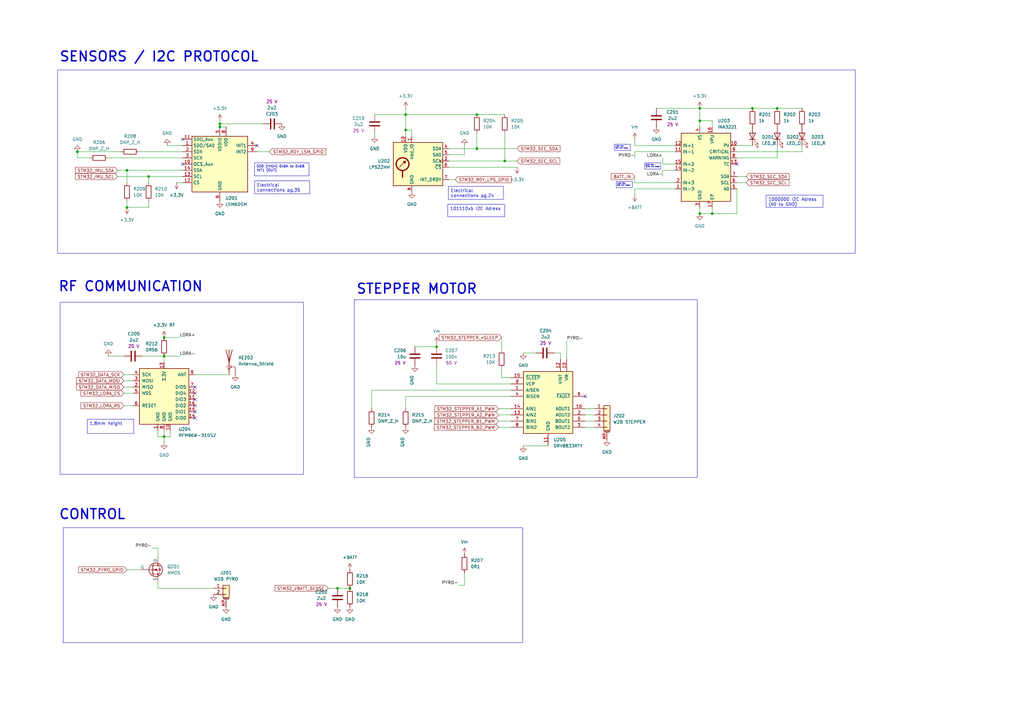
<source format=kicad_sch>
(kicad_sch (version 20231120) (generator "eeschema") (generator_version "8.0")
  (paper "A3")
  (lib_symbols
    (symbol "Connector_Generic_MountingPin:Conn_01x02_MountingPin" (pin_names (offset 1.016) hide)
      (property "Reference" "J" (at 0 2.54 0))
      (property "Value" "Conn_01x02_MountingPin" (at 1.27 -5.08 0))
      (symbol "Conn_01x02_MountingPin_1_1"
        (text "Mounting" (at 0 -4.191 0) (effects (font (size 0.381 0.381))))
        (pin passive line (at -5.08 0 0) (length 3.81) (name "Pin_1") (number "1"))
        (pin passive line (at -5.08 -2.54 0) (length 3.81) (name "Pin_2") (number "2"))
        (pin passive line (at 0 -7.62 90) (length 3.048) (name "MountPin") (number "MP"))
      )
    )
    (symbol "Connector_Generic_MountingPin:Conn_01x04_MountingPin" (pin_names (offset 1.016) hide)
      (property "Reference" "J" (at 0 5.08 0))
      (property "Value" "Conn_01x04_MountingPin" (at 1.27 -7.62 0))
      (symbol "Conn_01x04_MountingPin_1_1"
        (text "Mounting" (at 0 -6.731 0) (effects (font (size 0.381 0.381))))
        (pin passive line (at -5.08 2.54 0) (length 3.81) (name "Pin_1") (number "1"))
        (pin passive line (at -5.08 0 0) (length 3.81) (name "Pin_2") (number "2"))
        (pin passive line (at -5.08 -2.54 0) (length 3.81) (name "Pin_3") (number "3"))
        (pin passive line (at -5.08 -5.08 0) (length 3.81) (name "Pin_4") (number "4"))
        (pin passive line (at 0 -10.16 90) (length 3.048) (name "MountPin") (number "MP"))
      )
    )
    (symbol "Device:Antenna_Shield" (pin_numbers hide) (pin_names (offset 1.016) hide)
      (property "Reference" "AE" (at -1.905 4.445 0))
      (property "Value" "Antenna_Shield" (at -1.905 2.54 0))
      (symbol "Antenna_Shield_1_1"
        (pin input line (at 0 -5.08 90) (length 2.54) (name "A") (number "1"))
        (pin input line (at 2.54 -5.08 90) (length 2.54) (name "Shield") (number "2"))
      )
    )
    (symbol "Device:C" (pin_numbers hide) (pin_names (offset 0.254))
      (property "Reference" "C" (at 0.635 2.54 0))
      (property "Value" "C" (at 0.635 -2.54 0))
      (symbol "C_1_1"
        (pin passive line (at 0 3.81 270) (length 2.794) (name "~") (number "1"))
        (pin passive line (at 0 -3.81 90) (length 2.794) (name "~") (number "2"))
      )
    )
    (symbol "Device:LED" (pin_numbers hide) (pin_names (offset 1.016) hide)
      (property "Reference" "D" (at 0 2.54 0))
      (property "Value" "LED" (at 0 -2.54 0))
      (symbol "LED_1_1"
        (pin passive line (at -3.81 0 0) (length 2.54) (name "K") (number "1"))
        (pin passive line (at 3.81 0 180) (length 2.54) (name "A") (number "2"))
      )
    )
    (symbol "Device:R" (pin_numbers hide) (pin_names (offset 0))
      (property "Reference" "R" (at 2.032 0 90))
      (property "Value" "R" (at 0 0 90))
      (symbol "R_1_1"
        (pin passive line (at 0 3.81 270) (length 1.27) (name "~") (number "1"))
        (pin passive line (at 0 -3.81 90) (length 1.27) (name "~") (number "2"))
      )
    )
    (symbol "Driver_Motor:DRV8833RTY" (pin_names (offset 1.016))
      (property "Reference" "U" (at -3.81 16.51 0))
      (property "Value" "DRV8833RTY" (at -3.81 13.97 0))
      (symbol "DRV8833RTY_1_1"
        (pin bidirectional line (at -15.24 5.08 0) (length 5.08) (name "AISEN") (number "1"))
        (pin power_in line (at 7.62 17.78 270) (length 5.08) (name "VM") (number "10"))
        (pin power_in line (at 0 -17.78 90) (length 5.08) (name "GND") (number "11"))
        (pin power_in line (at 5.08 17.78 270) (length 5.08) (name "VINT") (number "12"))
        (pin input line (at -15.24 -5.08 0) (length 5.08) (name "AIN2") (number "13"))
        (pin input line (at -15.24 -2.54 0) (length 5.08) (name "AIN1") (number "14"))
        (pin input line (at -15.24 10.16 0) (length 5.08) (name "~{SLEEP}") (number "15"))
        (pin power_out line (at 15.24 -2.54 180) (length 5.08) (name "AOUT1") (number "16"))
        (pin passive line (at 0 -17.78 90) (length 5.08) hide (name "GND") (number "17"))
        (pin power_out line (at 15.24 -5.08 180) (length 5.08) (name "AOUT2") (number "2"))
        (pin power_out line (at 15.24 -10.16 180) (length 5.08) (name "BOUT2") (number "3"))
        (pin bidirectional line (at -15.24 2.54 0) (length 5.08) (name "BISEN") (number "4"))
        (pin power_out line (at 15.24 -7.62 180) (length 5.08) (name "BOUT1") (number "5"))
        (pin open_collector line (at 15.24 2.54 180) (length 5.08) (name "~{FAULT}") (number "6"))
        (pin input line (at -15.24 -7.62 0) (length 5.08) (name "BIN1") (number "7"))
        (pin input line (at -15.24 -10.16 0) (length 5.08) (name "BIN2") (number "8"))
        (pin bidirectional line (at -15.24 7.62 0) (length 5.08) (name "VCP") (number "9"))
      )
    )
    (symbol "Power_Management:INA3221"
      (property "Reference" "U" (at -10.16 17.78 0))
      (property "Value" "INA3221" (at 5.08 17.78 0))
      (symbol "INA3221_1_1"
        (pin input line (at -12.7 -7.62 0) (length 2.54) (name "IN-3") (number "1"))
        (pin open_collector line (at 12.7 10.16 180) (length 2.54) (name "PV") (number "10"))
        (pin input line (at -12.7 7.62 0) (length 2.54) (name "IN-1") (number "11"))
        (pin input line (at -12.7 10.16 0) (length 2.54) (name "IN+1") (number "12"))
        (pin open_collector line (at 12.7 2.54 180) (length 2.54) (name "TC") (number "13"))
        (pin input line (at -12.7 0 0) (length 2.54) (name "IN-2") (number "14"))
        (pin input line (at -12.7 2.54 0) (length 2.54) (name "IN+2") (number "15"))
        (pin power_in line (at 2.54 17.78 270) (length 2.54) (name "VPU") (number "16"))
        (pin passive line (at 2.54 -15.24 90) (length 2.54) (name "EP") (number "17"))
        (pin input line (at -12.7 -5.08 0) (length 2.54) (name "IN+3") (number "2"))
        (pin power_in line (at -2.54 -15.24 90) (length 2.54) (name "GND") (number "3"))
        (pin power_in line (at -2.54 17.78 270) (length 2.54) (name "VS") (number "4"))
        (pin input line (at 12.7 -7.62 180) (length 2.54) (name "A0") (number "5"))
        (pin input line (at 12.7 -5.08 180) (length 2.54) (name "SCL") (number "6"))
        (pin bidirectional line (at 12.7 -2.54 180) (length 2.54) (name "SDA") (number "7"))
        (pin open_collector line (at 12.7 5.08 180) (length 2.54) (name "WARNING") (number "8"))
        (pin open_collector line (at 12.7 7.62 180) (length 2.54) (name "CRITICAL") (number "9"))
      )
    )
    (symbol "RF_Module:RFM96W-315S2" (pin_names (offset 1.016))
      (property "Reference" "U" (at -10.414 11.684 0))
      (property "Value" "RFM96W-315S2" (at 1.524 11.43 0))
      (symbol "RFM96W-315S2_1_1"
        (pin power_in line (at -2.54 -15.24 90) (length 2.54) (name "GND") (number "1"))
        (pin power_in line (at 2.54 -15.24 90) (length 2.54) (name "GND") (number "10"))
        (pin bidirectional line (at 12.7 -2.54 180) (length 2.54) (name "DIO3") (number "11"))
        (pin bidirectional line (at 12.7 0 180) (length 2.54) (name "DIO4") (number "12"))
        (pin power_in line (at 0 12.7 270) (length 2.54) (name "3.3V") (number "13"))
        (pin bidirectional line (at 12.7 -10.16 180) (length 2.54) (name "DIO0") (number "14"))
        (pin bidirectional line (at 12.7 -7.62 180) (length 2.54) (name "DIO1") (number "15"))
        (pin bidirectional line (at 12.7 -5.08 180) (length 2.54) (name "DIO2") (number "16"))
        (pin output line (at -12.7 2.54 0) (length 2.54) (name "MISO") (number "2"))
        (pin input line (at -12.7 5.08 0) (length 2.54) (name "MOSI") (number "3"))
        (pin input line (at -12.7 7.62 0) (length 2.54) (name "SCK") (number "4"))
        (pin input line (at -12.7 0 0) (length 2.54) (name "NSS") (number "5"))
        (pin bidirectional line (at -12.7 -5.08 0) (length 2.54) (name "RESET") (number "6"))
        (pin bidirectional line (at 12.7 2.54 180) (length 2.54) (name "DIO5") (number "7"))
        (pin power_in line (at 0 -15.24 90) (length 2.54) (name "GND") (number "8"))
        (pin bidirectional line (at 12.7 7.62 180) (length 2.54) (name "ANT") (number "9"))
      )
    )
    (symbol "Sensor_Motion:ADXL343"
      (property "Reference" "U" (at -8.89 11.43 0))
      (property "Value" "ADXL343" (at -7.62 -11.43 0))
      (symbol "ADXL343_1_1"
        (pin power_in line (at 5.08 12.7 270) (length 2.54) (name "Vdd_I/O") (number "1"))
        (pin no_connect line (at -5.08 -10.16 90) (length 2.54) hide (name "NC") (number "10"))
        (pin passive line (at 5.08 -12.7 90) (length 2.54) (name "RES") (number "11"))
        (pin bidirectional line (at -12.7 2.54 0) (length 2.54) (name "SDO/ADDR") (number "12"))
        (pin bidirectional line (at -12.7 0 0) (length 2.54) (name "SDA/SDI/SDIO") (number "13"))
        (pin input line (at -12.7 -2.54 0) (length 2.54) (name "SCL/SCLK") (number "14"))
        (pin power_in line (at 0 -12.7 90) (length 2.54) (name "GND") (number "2"))
        (pin passive line (at -5.08 12.7 270) (length 2.54) (name "RES") (number "3"))
        (pin passive line (at 0 -12.7 90) (length 2.54) hide (name "GND") (number "4"))
        (pin passive line (at 0 -12.7 90) (length 2.54) hide (name "GND") (number "5"))
        (pin power_in line (at 0 12.7 270) (length 2.54) (name "Vs") (number "6"))
        (pin input line (at -12.7 -5.08 0) (length 2.54) (name "~{CS}") (number "7"))
        (pin output line (at 12.7 0 180) (length 2.54) (name "INT1") (number "8"))
        (pin output line (at 12.7 -2.54 180) (length 2.54) (name "INT2") (number "9"))
      )
    )
    (symbol "Sensor_Motion:LSM6DSM"
      (property "Reference" "U" (at -11.43 15.24 0))
      (property "Value" "LSM6DSM" (at -11.43 12.7 0))
      (symbol "LSM6DSM_1_1"
        (pin bidirectional line (at -15.24 7.62 0) (length 3.81) (name "SDO/SA0") (number "1"))
        (pin passive line (at -15.24 0 0) (length 3.81) (name "OCS_Aux") (number "10"))
        (pin bidirectional line (at -15.24 10.16 0) (length 3.81) (name "SDO_Aux") (number "11"))
        (pin input line (at -15.24 -7.62 0) (length 3.81) (name "CS") (number "12"))
        (pin input line (at -15.24 -5.08 0) (length 3.81) (name "SCL") (number "13"))
        (pin bidirectional line (at -15.24 -2.54 0) (length 3.81) (name "SDA") (number "14"))
        (pin bidirectional line (at -15.24 5.08 0) (length 3.81) (name "SDX") (number "2"))
        (pin input line (at -15.24 2.54 0) (length 3.81) (name "SCX") (number "3"))
        (pin output line (at 15.24 7.62 180) (length 3.81) (name "INT1") (number "4"))
        (pin power_in line (at 0 15.24 270) (length 3.81) (name "VDDIO") (number "5"))
        (pin power_in line (at 0 -15.24 90) (length 3.81) (name "GND") (number "6"))
        (pin passive line (at 0 -15.24 90) (length 3.81) hide (name "GND") (number "7"))
        (pin power_in line (at 2.54 15.24 270) (length 3.81) (name "VDD") (number "8"))
        (pin output line (at 15.24 5.08 180) (length 3.81) (name "INT2") (number "9"))
      )
    )
    (symbol "Sensor_Pressure:LPS22HH"
      (property "Reference" "U" (at -11.43 1.27 0))
      (property "Value" "LPS22HH" (at -11.43 -1.27 0))
      (symbol "LPS22HH_1_1"
        (pin power_in line (at -2.54 12.7 270) (length 2.54) (name "Vdd_IO") (number "1"))
        (pin power_in line (at -5.08 12.7 270) (length 2.54) (name "VDD") (number "10"))
        (pin input clock (at 12.7 2.54 180) (length 2.54) (name "SCL") (number "2"))
        (pin passive line (at -2.54 -10.16 90) (length 2.54) hide (name "GND") (number "3"))
        (pin bidirectional line (at 12.7 7.62 180) (length 2.54) (name "SDA") (number "4"))
        (pin input line (at 12.7 5.08 180) (length 2.54) (name "SA0") (number "5"))
        (pin input line (at 12.7 0 180) (length 2.54) (name "~{CS}") (number "6"))
        (pin output line (at 12.7 -5.08 180) (length 2.54) (name "INT_DRDY") (number "7"))
        (pin power_in line (at -2.54 -10.16 90) (length 2.54) (name "GND") (number "8"))
        (pin passive line (at -2.54 -10.16 90) (length 2.54) hide (name "GND") (number "9"))
      )
    )
    (symbol "Simulation_SPICE:NMOS" (pin_numbers hide) (pin_names (offset 0))
      (property "Reference" "Q" (at 5.08 1.27 0))
      (property "Value" "NMOS" (at 5.08 -1.27 0))
      (symbol "NMOS_1_1"
        (pin passive line (at 2.54 5.08 270) (length 2.54) (name "D") (number "1"))
        (pin input line (at -5.08 0 0) (length 2.54) (name "G") (number "2"))
        (pin passive line (at 2.54 -5.08 90) (length 2.54) (name "S") (number "3"))
      )
    )
    (symbol "Symbols:HDC2010"
      (property "Reference" "U" (at 0 0 0))
      (symbol "HDC2010_1_1"
        (pin power_in line (at -1.27 8.89 270) (length 2.54) (name "VDD") (number "A1"))
        (pin bidirectional line (at 8.89 -1.27 180) (length 2.54) (name "SDA") (number "A2"))
        (pin input line (at -8.89 -1.27 0) (length 2.54) (name "ADDR") (number "B1"))
        (pin input line (at 8.89 1.27 180) (length 2.54) (name "SCL") (number "B2"))
        (pin power_in line (at -1.27 -11.43 90) (length 2.54) (name "GND") (number "C1"))
        (pin output line (at 8.89 -3.81 180) (length 2.54) (name "DRDY") (number "C2"))
      )
    )
    (symbol "Symbols:QMC6309"
      (property "Reference" "U" (at -3.048 3.556 0))
      (symbol "QMC6309_1_1"
        (pin input line (at -6.35 1.27 0) (length 2.54) (name "GND") (number "A1"))
        (pin input line (at 8.89 1.27 180) (length 2.54) (name "SCL") (number "A2"))
        (pin input line (at -6.35 -2.54 0) (length 2.54) (name "VDD") (number "B1"))
        (pin input line (at 8.89 -2.54 180) (length 2.54) (name "SDA") (number "B2"))
      )
    )
    (symbol "power:+3.3V" (power) (pin_numbers hide) (pin_names (offset 0) hide)
      (property "Value" "+3.3V" (at 0 3.556 0))
      (symbol "+3.3V_1_1"
        (pin power_in line (at 0 0 90) (length 0) (name "~") (number "1"))
      )
    )
    (symbol "power:+BATT" (power) (pin_numbers hide) (pin_names (offset 0) hide)
      (property "Value" "+BATT" (at 0 3.556 0))
      (symbol "+BATT_1_1"
        (pin power_in line (at 0 0 90) (length 0) (name "~") (number "1"))
      )
    )
    (symbol "power:GND" (power) (pin_numbers hide) (pin_names (offset 0) hide)
      (property "Value" "GND" (at 0 -3.81 0))
      (symbol "GND_1_1"
        (pin power_in line (at 0 0 270) (length 0) (name "~") (number "1"))
      )
    )
  )
  (junction (at 31.75 62.23))
  (junction (at 207.01 66.04))
  (junction (at 143.51 241.3))
  (junction (at 52.07 85.09))
  (junction (at 39.37 325.12))
  (junction (at 287.02 49.53))
  (junction (at 90.17 50.8))
  (junction (at 195.58 60.96))
  (junction (at 138.43 241.3))
  (junction (at 67.31 146.05))
  (junction (at 166.37 53.34))
  (junction (at 308.61 44.45))
  (junction (at 67.31 179.07))
  (junction (at 179.07 142.24))
  (junction (at 52.07 69.85))
  (junction (at 195.58 46.99))
  (junction (at 287.02 87.63))
  (junction (at 318.77 44.45))
  (junction (at 292.1 87.63))
  (junction (at 43.18 367.03))
  (junction (at 287.02 44.45))
  (junction (at 67.31 138.43))
  (junction (at 48.26 367.03))
  (junction (at 90.17 52.07))
  (junction (at 60.96 72.39))
  (junction (at 104.14 344.17))
  (junction (at 166.37 46.99))
  (no_connect (at 74.93 57.15))
  (no_connect (at 240.03 162.56))
  (no_connect (at 38.1 374.65))
  (no_connect (at 302.26 67.31))
  (no_connect (at 80.01 163.83))
  (no_connect (at 105.41 59.69))
  (no_connect (at 55.88 389.89))
  (no_connect (at 80.01 168.91))
  (no_connect (at 48.26 400.05))
  (no_connect (at 80.01 158.75))
  (no_connect (at 80.01 171.45))
  (no_connect (at 80.01 166.37))
  (no_connect (at 80.01 161.29))
  (no_connect (at 74.93 67.31))
  (wire (pts (xy 67.31 146.05) (xy 67.31 148.59)))
  (wire (pts (xy 204.47 170.18) (xy 209.55 170.18)))
  (wire (pts (xy 269.24 44.45) (xy 287.02 44.45)))
  (wire (pts (xy 64.77 176.53) (xy 64.77 179.07)))
  (wire (pts (xy 302.26 74.93) (xy 306.07 74.93)))
  (wire (pts (xy 184.15 60.96) (xy 195.58 60.96)))
  (wire (pts (xy 292.1 87.63) (xy 292.1 85.09)))
  (wire (pts (xy 302.26 59.69) (xy 308.61 59.69)))
  (wire (pts (xy 48.26 72.39) (xy 60.96 72.39)))
  (wire (pts (xy 67.31 138.43) (xy 73.66 138.43)))
  (wire (pts (xy 260.35 80.01) (xy 260.35 77.47)))
  (wire (pts (xy 271.78 72.39) (xy 271.78 69.85)))
  (wire (pts (xy 24.13 387.35) (xy 30.48 387.35)))
  (wire (pts (xy 152.4 160.02) (xy 209.55 160.02)))
  (wire (pts (xy 48.26 69.85) (xy 52.07 69.85)))
  (wire (pts (xy 72.39 74.93) (xy 74.93 74.93)))
  (wire (pts (xy 54.61 156.21) (xy 50.8 156.21)))
  (wire (pts (xy 205.74 151.13) (xy 205.74 154.94)))
  (wire (pts (xy 184.15 73.66) (xy 186.69 73.66)))
  (wire (pts (xy 31.75 64.77) (xy 31.75 62.23)))
  (wire (pts (xy 292.1 49.53) (xy 292.1 52.07)))
  (wire (pts (xy 240.03 167.64) (xy 243.84 167.64)))
  (wire (pts (xy 36.83 64.77) (xy 31.75 64.77)))
  (wire (pts (xy 48.26 367.03) (xy 48.26 374.65)))
  (wire (pts (xy 49.53 339.09) (xy 54.61 339.09)))
  (wire (pts (xy 179.07 157.48) (xy 209.55 157.48)))
  (wire (pts (xy 302.26 77.47) (xy 302.26 87.63)))
  (wire (pts (xy 104.14 344.17) (xy 107.95 344.17)))
  (wire (pts (xy 166.37 53.34) (xy 166.37 55.88)))
  (wire (pts (xy 123.19 344.17) (xy 128.27 344.17)))
  (wire (pts (xy 260.35 62.23) (xy 276.86 62.23)))
  (wire (pts (xy 22.86 325.12) (xy 39.37 325.12)))
  (wire (pts (xy 166.37 46.99) (xy 195.58 46.99)))
  (wire (pts (xy 80.01 153.67) (xy 93.98 153.67)))
  (wire (pts (xy 64.77 179.07) (xy 67.31 179.07)))
  (wire (pts (xy 260.35 64.77) (xy 260.35 62.23)))
  (wire (pts (xy 302.26 72.39) (xy 306.07 72.39)))
  (wire (pts (xy 229.87 144.78) (xy 229.87 147.32)))
  (wire (pts (xy 44.45 64.77) (xy 74.93 64.77)))
  (wire (pts (xy 60.96 74.93) (xy 60.96 72.39)))
  (wire (pts (xy 240.03 175.26) (xy 243.84 175.26)))
  (wire (pts (xy 287.02 44.45) (xy 287.02 49.53)))
  (wire (pts (xy 58.42 146.05) (xy 67.31 146.05)))
  (wire (pts (xy 207.01 66.04) (xy 212.09 66.04)))
  (wire (pts (xy 44.45 146.05) (xy 50.8 146.05)))
  (wire (pts (xy 49.53 341.63) (xy 54.61 341.63)))
  (wire (pts (xy 179.07 140.97) (xy 179.07 142.24)))
  (wire (pts (xy 48.26 367.03) (xy 62.23 367.03)))
  (wire (pts (xy 39.37 325.12) (xy 39.37 331.47)))
  (wire (pts (xy 50.8 161.29) (xy 54.61 161.29)))
  (wire (pts (xy 52.07 74.93) (xy 52.07 69.85)))
  (wire (pts (xy 166.37 162.56) (xy 209.55 162.56)))
  (wire (pts (xy 195.58 60.96) (xy 212.09 60.96)))
  (wire (pts (xy 90.17 52.07) (xy 92.71 52.07)))
  (wire (pts (xy 214.63 144.78) (xy 219.71 144.78)))
  (wire (pts (xy 260.35 59.69) (xy 276.86 59.69)))
  (wire (pts (xy 205.74 138.43) (xy 205.74 143.51)))
  (wire (pts (xy 123.19 340.36) (xy 128.27 340.36)))
  (wire (pts (xy 232.41 139.7) (xy 232.41 147.32)))
  (wire (pts (xy 271.78 69.85) (xy 276.86 69.85)))
  (wire (pts (xy 21.59 341.63) (xy 31.75 341.63)))
  (wire (pts (xy 50.8 166.37) (xy 54.61 166.37)))
  (wire (pts (xy 138.43 241.3) (xy 143.51 241.3)))
  (wire (pts (xy 328.93 62.23) (xy 328.93 59.69)))
  (wire (pts (xy 184.15 68.58) (xy 212.09 68.58)))
  (wire (pts (xy 170.18 142.24) (xy 179.07 142.24)))
  (wire (pts (xy 52.07 85.09) (xy 52.07 82.55)))
  (wire (pts (xy 54.61 344.17) (xy 49.53 344.17)))
  (wire (pts (xy 190.5 59.69) (xy 190.5 63.5)))
  (wire (pts (xy 166.37 53.34) (xy 168.91 53.34)))
  (wire (pts (xy 60.96 72.39) (xy 74.93 72.39)))
  (wire (pts (xy 52.07 85.09) (xy 60.96 85.09)))
  (wire (pts (xy 271.78 64.77) (xy 271.78 67.31)))
  (wire (pts (xy 67.31 179.07) (xy 69.85 179.07)))
  (wire (pts (xy 302.26 62.23) (xy 328.93 62.23)))
  (wire (pts (xy 153.67 46.99) (xy 166.37 46.99)))
  (wire (pts (xy 54.61 153.67) (xy 50.8 153.67)))
  (wire (pts (xy 302.26 64.77) (xy 318.77 64.77)))
  (wire (pts (xy 43.18 374.65) (xy 43.18 367.03)))
  (wire (pts (xy 134.62 241.3) (xy 138.43 241.3)))
  (wire (pts (xy 57.15 62.23) (xy 74.93 62.23)))
  (wire (pts (xy 318.77 44.45) (xy 328.93 44.45)))
  (wire (pts (xy 64.77 241.3) (xy 87.63 241.3)))
  (wire (pts (xy 179.07 149.86) (xy 179.07 157.48)))
  (wire (pts (xy 90.17 50.8) (xy 90.17 52.07)))
  (wire (pts (xy 287.02 44.45) (xy 308.61 44.45)))
  (wire (pts (xy 240.03 172.72) (xy 243.84 172.72)))
  (wire (pts (xy 52.07 233.68) (xy 57.15 233.68)))
  (wire (pts (xy 308.61 44.45) (xy 318.77 44.45)))
  (wire (pts (xy 68.58 59.69) (xy 74.93 59.69)))
  (wire (pts (xy 152.4 167.64) (xy 152.4 160.02)))
  (wire (pts (xy 24.13 384.81) (xy 30.48 384.81)))
  (wire (pts (xy 153.67 54.61) (xy 153.67 55.88)))
  (wire (pts (xy 67.31 179.07) (xy 67.31 181.61)))
  (wire (pts (xy 24.13 392.43) (xy 30.48 392.43)))
  (wire (pts (xy 190.5 240.03) (xy 190.5 234.95)))
  (wire (pts (xy 207.01 66.04) (xy 207.01 54.61)))
  (wire (pts (xy 260.35 74.93) (xy 276.86 74.93)))
  (wire (pts (xy 60.96 85.09) (xy 60.96 82.55)))
  (wire (pts (xy 287.02 87.63) (xy 292.1 87.63)))
  (wire (pts (xy 90.17 50.8) (xy 107.95 50.8)))
  (wire (pts (xy 104.14 340.36) (xy 107.95 340.36)))
  (wire (pts (xy 287.02 85.09) (xy 287.02 87.63)))
  (wire (pts (xy 318.77 64.77) (xy 318.77 59.69)))
  (wire (pts (xy 96.52 344.17) (xy 104.14 344.17)))
  (wire (pts (xy 166.37 44.45) (xy 166.37 46.99)))
  (wire (pts (xy 24.13 389.89) (xy 30.48 389.89)))
  (wire (pts (xy 52.07 69.85) (xy 74.93 69.85)))
  (wire (pts (xy 67.31 176.53) (xy 67.31 179.07)))
  (wire (pts (xy 195.58 46.99) (xy 207.01 46.99)))
  (wire (pts (xy 43.18 367.03) (xy 48.26 367.03)))
  (wire (pts (xy 69.85 179.07) (xy 69.85 176.53)))
  (wire (pts (xy 184.15 66.04) (xy 207.01 66.04)))
  (wire (pts (xy 50.8 158.75) (xy 54.61 158.75)))
  (wire (pts (xy 166.37 46.99) (xy 166.37 53.34)))
  (wire (pts (xy 260.35 72.39) (xy 260.35 74.93)))
  (wire (pts (xy 64.77 241.3) (xy 64.77 238.76)))
  (wire (pts (xy 204.47 172.72) (xy 209.55 172.72)))
  (wire (pts (xy 204.47 175.26) (xy 209.55 175.26)))
  (wire (pts (xy 67.31 146.05) (xy 73.66 146.05)))
  (wire (pts (xy 209.55 154.94) (xy 205.74 154.94)))
  (wire (pts (xy 62.23 387.35) (xy 55.88 387.35)))
  (wire (pts (xy 260.35 57.15) (xy 260.35 59.69)))
  (wire (pts (xy 90.17 49.53) (xy 90.17 50.8)))
  (wire (pts (xy 190.5 63.5) (xy 184.15 63.5)))
  (wire (pts (xy 287.02 49.53) (xy 292.1 49.53)))
  (wire (pts (xy 271.78 67.31) (xy 276.86 67.31)))
  (wire (pts (xy 187.96 240.03) (xy 190.5 240.03)))
  (wire (pts (xy 96.52 345.44) (xy 96.52 344.17)))
  (wire (pts (xy 227.33 144.78) (xy 229.87 144.78)))
  (wire (pts (xy 224.79 182.88) (xy 214.63 182.88)))
  (wire (pts (xy 31.75 62.23) (xy 49.53 62.23)))
  (wire (pts (xy 260.35 77.47) (xy 276.86 77.47)))
  (wire (pts (xy 166.37 167.64) (xy 166.37 162.56)))
  (wire (pts (xy 195.58 60.96) (xy 195.58 54.61)))
  (wire (pts (xy 240.03 170.18) (xy 243.84 170.18)))
  (wire (pts (xy 204.47 167.64) (xy 209.55 167.64)))
  (wire (pts (xy 105.41 62.23) (xy 110.49 62.23)))
  (wire (pts (xy 287.02 49.53) (xy 287.02 52.07)))
  (wire (pts (xy 64.77 224.79) (xy 64.77 228.6)))
  (wire (pts (xy 62.23 224.79) (xy 64.77 224.79)))
  (wire (pts (xy 168.91 53.34) (xy 168.91 55.88)))
  (wire (pts (xy 292.1 87.63) (xy 302.26 87.63)))
  (rectangle (start 23.622 28.702) (end 350.774 103.886))
  (rectangle (start 145.288 122.936) (end 286.004 195.834))
  (rectangle (start 24.638 123.952) (end 124.46 194.564))
  (rectangle (start 25.908 216.408) (end 214.376 263.652))
  (text_box "SD0 (HIGH) 0x6A to 0x6B\nINT1 (OUT) " (at 104.394 66.802 0) (size 22.352 5.334) (effects (font (size 1 1)) (justify left top)))
  (text_box "Electrical connections pg.35" (at 104.394 74.168 0) (size 22.606 5.334) (effects (font (size 1.27 1.27)) (justify left top)))
  (text_box "1.5A Max\n0.5 mm trace" (at 251.968 59.182 0) (size 6.604 2.54) (effects (font (size 0.5 0.5)) (justify left top)))
  (text_box "101110xb I2C Adress\n" (at 183.642 83.82 0) (size 23.368 5.08) (effects (font (size 1.27 1.27)) (justify left top)))
  (text_box "1.8mm height\n" (at 35.814 171.958 0) (size 19.05 5.842) (effects (font (size 1.27 1.27)) (justify left top)))
  (text_box "1.5A Max\n0.5 mm trace" (at 252.73 74.422 0) (size 6.604 2.54) (effects (font (size 0.5 0.5)) (justify left top)))
  (text_box "1000000 I2C Adress (A0 to GND)\n" (at 314.198 80.01 0) (size 23.368 5.08) (effects (font (size 1.27 1.27)) (justify left top)))
  (text_box "Electrical connections pg.24" (at 183.896 76.454 0) (size 22.606 5.334) (effects (font (size 1.27 1.27)) (justify left top)))
  (text_box "0.2A Max\n0.15 mm trace" (at 264.414 66.802 0) (size 6.604 2.54) (effects (font (size 0.5 0.5)) (justify left top)))
  (text "\n" (at 47.752 179.324 0) (effects (font (size 1.27 1.27))))
  (text "STEPPER MOTOR" (at 170.942 118.618 0) (effects (font (size 4 4) (thickness 0.6) (bold yes))))
  (text "CONTROL" (at 37.846 211.074 0) (effects (font (size 4 4) (thickness 0.6) (bold yes))))
  (text "SENSORS / I2C PROTOCOL" (at 65.278 23.368 0) (effects (font (size 4 4) (thickness 0.6) (bold yes))))
  (text "RF COMMUNICATION" (at 53.594 117.602 0) (effects (font (size 4 4) (thickness 0.6) (bold yes))))
  (label "LORA-" (at 271.78 72.39 180))
  (label "LORA-" (at 73.66 146.05 0))
  (label "LORA+" (at 271.78 64.77 180))
  (label "LORA+" (at 73.66 138.43 0))
  (label "PYRO-" (at 187.96 240.03 180))
  (label "PYRO-" (at 62.23 224.79 180))
  (label "PYRO-" (at 232.41 139.7 0))
  (label "PYRO-" (at 260.35 64.77 180))
  (global_label "STM32_SEC_SDA" (shape input) (at 54.61 341.63 0) (property "Intersheetrefs" "${INTERSHEET_REFS}" (effects (hide yes))))
  (global_label "STM32_SEC_SCL" (shape input) (at 212.09 66.04 0) (property "Intersheetrefs" "${INTERSHEET_REFS}" (effects (hide yes))))
  (global_label "BATT_IN" (shape input) (at 260.35 72.39 180) (property "Intersheetrefs" "${INTERSHEET_REFS}" (effects (hide yes))))
  (global_label "STM32_SEC_SCL" (shape input) (at 306.07 74.93 0) (property "Intersheetrefs" "${INTERSHEET_REFS}" (effects (hide yes))))
  (global_label "STM32_STEPPER_B1_PWM" (shape input) (at 204.47 172.72 180) (property "Intersheetrefs" "${INTERSHEET_REFS}" (effects (hide yes))))
  (global_label "STM32_PYRO_GPIO" (shape input) (at 52.07 233.68 180) (property "Intersheetrefs" "${INTERSHEET_REFS}" (effects (hide yes))))
  (global_label "STM32_LORA_CS" (shape input) (at 50.8 161.29 180) (property "Intersheetrefs" "${INTERSHEET_REFS}" (effects (hide yes))))
  (global_label "STM32_LORA_RS" (shape input) (at 50.8 166.37 180) (property "Intersheetrefs" "${INTERSHEET_REFS}" (effects (hide yes))))
  (global_label "STM32_RDY_HDC_GPIO" (shape input) (at 54.61 344.17 0) (property "Intersheetrefs" "${INTERSHEET_REFS}" (effects (hide yes))))
  (global_label "STM32_RDY_LPS_GPIO" (shape input) (at 186.69 73.66 0) (property "Intersheetrefs" "${INTERSHEET_REFS}" (effects (hide yes))))
  (global_label "STM32_IMU_SCL" (shape input) (at 128.27 340.36 0) (property "Intersheetrefs" "${INTERSHEET_REFS}" (effects (hide yes))))
  (global_label "STM32_RDY_ADX_GPIO" (shape input) (at 62.23 387.35 0) (property "Intersheetrefs" "${INTERSHEET_REFS}" (effects (hide yes))))
  (global_label "STM32_IMU_SCL" (shape input) (at 48.26 72.39 180) (property "Intersheetrefs" "${INTERSHEET_REFS}" (effects (hide yes))))
  (global_label "STM32_DATA_SCK" (shape input) (at 50.8 153.67 180) (property "Intersheetrefs" "${INTERSHEET_REFS}" (effects (hide yes))))
  (global_label "STM32_SEC_SCL" (shape input) (at 54.61 339.09 0) (property "Intersheetrefs" "${INTERSHEET_REFS}" (effects (hide yes))))
  (global_label "STM32_IMU_SDA" (shape input) (at 128.27 344.17 0) (property "Intersheetrefs" "${INTERSHEET_REFS}" (effects (hide yes))))
  (global_label "STM32_VBATT_SENSE" (shape input) (at 134.62 241.3 180) (property "Intersheetrefs" "${INTERSHEET_REFS}" (effects (hide yes))))
  (global_label "STM32_IMU_SDA" (shape input) (at 48.26 69.85 180) (property "Intersheetrefs" "${INTERSHEET_REFS}" (effects (hide yes))))
  (global_label "STM32_STEPPER_A2_PWM" (shape input) (at 204.47 170.18 180) (property "Intersheetrefs" "${INTERSHEET_REFS}" (effects (hide yes))))
  (global_label "STM32_RDY_LSM_GPIO" (shape input) (at 110.49 62.23 0) (property "Intersheetrefs" "${INTERSHEET_REFS}" (effects (hide yes))))
  (global_label "STM32_STEPPER_nSLEEP" (shape input) (at 205.74 138.43 180) (property "Intersheetrefs" "${INTERSHEET_REFS}" (effects (hide yes))))
  (global_label "STM32_SEC_SDA" (shape input) (at 212.09 60.96 0) (property "Intersheetrefs" "${INTERSHEET_REFS}" (effects (hide yes))))
  (global_label "STM32_SEC_SCL" (shape input) (at 24.13 389.89 180) (property "Intersheetrefs" "${INTERSHEET_REFS}" (effects (hide yes))))
  (global_label "STM32_DATA_MOSI" (shape input) (at 50.8 156.21 180) (property "Intersheetrefs" "${INTERSHEET_REFS}" (effects (hide yes))))
  (global_label "STM32_SEC_SDA" (shape input) (at 24.13 387.35 180) (property "Intersheetrefs" "${INTERSHEET_REFS}" (effects (hide yes))))
  (global_label "STM32_SEC_SDA" (shape input) (at 306.07 72.39 0) (property "Intersheetrefs" "${INTERSHEET_REFS}" (effects (hide yes))))
  (global_label "STM32_STEPPER_B2_PWM" (shape input) (at 204.47 175.26 180) (property "Intersheetrefs" "${INTERSHEET_REFS}" (effects (hide yes))))
  (global_label "STM32_DATA_MISO" (shape input) (at 50.8 158.75 180) (property "Intersheetrefs" "${INTERSHEET_REFS}" (effects (hide yes))))
  (global_label "STM32_STEPPER_A1_PWM" (shape input) (at 204.47 167.64 180) (property "Intersheetrefs" "${INTERSHEET_REFS}" (effects (hide yes))))
  (symbol (lib_id "power:GND") (at 168.91 78.74 0) (unit 1)
    (property "Reference" "#PWR0121" (effects (hide yes)))
    (property "Value" "GND" (at 168.91 83.82 0))
    (property "Description" "Power symbol creates a global label with name \"GND\" , ground" (effects (hide yes)))
  )
  (symbol (lib_id "Power_Management:INA3221") (at 289.56 69.85 0) (unit 1)
    (property "Reference" "U203" (at 294.2941 49.53 0) (effects (justify left)))
    (property "Value" "INA3221" (at 294.2941 52.07 0) (effects (justify left)))
    (property "Footprint" "Package_DFN_QFN:Texas_RGV0016A_VQFN-16-1EP_4x4mm_P0.65mm_EP2.1x2.1mm" (effects (hide yes)))
    (property "Datasheet" "http://www.ti.com/lit/ds/symlink/ina3221.pdf" (effects (hide yes)))
    (property "Description" "Triple-Channel High-Side Shunt and Bus Voltage Monitor with I2C and SMBUS Compatible Interface, QFN-16" (effects (hide yes)))
    (property "Vendor" "C181255" (effects (hide yes)))
  )
  (symbol (lib_id "power:GND") (at 143.51 248.92 0) (unit 1)
    (property "Reference" "#PWR0111" (effects (hide yes)))
    (property "Value" "GND" (at 143.51 254 0))
    (property "Description" "Power symbol creates a global label with name \"GND\" , ground" (effects (hide yes)))
  )
  (symbol (lib_id "power:GND") (at 62.23 374.65 0) (unit 1)
    (property "Reference" "#PWR0221" (effects (hide yes)))
    (property "Value" "GND" (at 62.23 379.73 0))
    (property "Description" "Power symbol creates a global label with name \"GND\" , ground" (effects (hide yes)))
  )
  (symbol (lib_id "Device:R") (at 52.07 78.74 0) (unit 1)
    (property "Reference" "R209" (at 54.61 77.4699 0) (effects (justify left)))
    (property "Value" "10K" (at 54.61 80.0099 0) (effects (justify left)))
    (property "Footprint" "Resistor_SMD:R_0402_1005Metric" (effects (hide yes)))
    (property "Description" "Resistor" (effects (hide yes)))
    (property "Vendor" "C60490" (effects (hide yes)))
  )
  (symbol (lib_id "Driver_Motor:DRV8833RTY") (at 224.79 165.1 0) (unit 1)
    (property "Reference" "U205" (at 226.9841 180.34 0) (effects (justify left)))
    (property "Value" "DRV8833RTY" (at 226.9841 182.88 0) (effects (justify left)))
    (property "Footprint" "Package_DFN_QFN:Texas_RTY_WQFN-16-1EP_4x4mm_P0.65mm_EP2.1x2.1mm" (effects (hide yes)))
    (property "Datasheet" "http://www.ti.com/lit/ds/symlink/drv8833.pdf" (effects (hide yes)))
    (property "Description" "Dual H-Bridge Motor Driver, WQFN-16" (effects (hide yes)))
    (property "Vendor" "C154936" (effects (hide yes)))
  )
  (symbol (lib_id "Device:R") (at 205.74 147.32 0) (mirror y) (unit 1)
    (property "Reference" "R213" (at 203.2 146.0499 0) (effects (justify left)))
    (property "Value" "10K" (at 203.2 148.5899 0) (effects (justify left)))
    (property "Footprint" "Resistor_SMD:R_0402_1005Metric" (effects (hide yes)))
    (property "Description" "Resistor" (effects (hide yes)))
    (property "Vendor" "C60490" (effects (hide yes)))
  )
  (symbol (lib_id "Device:R") (at 60.96 78.74 0) (unit 1)
    (property "Reference" "R210" (at 63.5 77.4699 0) (effects (justify left)))
    (property "Value" "10K" (at 63.5 80.0099 0) (effects (justify left)))
    (property "Footprint" "Resistor_SMD:R_0402_1005Metric" (effects (hide yes)))
    (property "Description" "Resistor" (effects (hide yes)))
    (property "Vendor" "C60490" (effects (hide yes)))
  )
  (symbol (lib_id "Device:R") (at 328.93 48.26 0) (unit 1)
    (property "Reference" "R203" (at 331.47 46.9899 0) (effects (justify left)))
    (property "Value" "1k" (at 331.47 49.5299 0) (effects (justify left)))
    (property "Footprint" "Resistor_SMD:R_0402_1005Metric" (effects (hide yes)))
    (property "Description" "Resistor" (effects (hide yes)))
    (property "Vendor" "C102748" (effects (hide yes)))
  )
  (symbol (lib_id "power:+3.3V") (at 212.09 68.58 180) (unit 1)
    (property "Reference" "#PWR0124" (effects (hide yes)))
    (property "Value" "+3.3V" (at 212.09 73.66 0))
    (property "Description" "Power symbol creates a global label with name \"+3.3V\"" (effects (hide yes)))
  )
  (symbol (lib_id "power:+3.3V") (at 24.13 392.43 180) (unit 1)
    (property "Reference" "#PWR0222" (effects (hide yes)))
    (property "Value" "+3.3V" (at 24.13 397.51 0))
    (property "Description" "Power symbol creates a global label with name \"+3.3V\"" (effects (hide yes)))
  )
  (symbol (lib_id "power:GND") (at 96.52 353.06 0) (unit 1)
    (property "Reference" "#PWR0219" (effects (hide yes)))
    (property "Value" "GND" (at 96.52 358.14 0))
    (property "Description" "Power symbol creates a global label with name \"GND\" , ground" (effects (hide yes)))
  )
  (symbol (lib_id "Device:R") (at 152.4 171.45 180) (unit 1)
    (property "Reference" "R214" (at 154.94 170.1799 0) (effects (justify right)))
    (property "Value" "DNP_Z_H" (at 154.94 172.7199 0) (effects (justify right)))
    (property "Footprint" "Resistor_SMD:R_0402_1005Metric" (effects (hide yes)))
    (property "Description" "Resistor" (effects (hide yes)))
  )
  (symbol (lib_id "power:GND") (at 44.45 146.05 180) (unit 1)
    (property "Reference" "#PWR0104" (effects (hide yes)))
    (property "Value" "GND" (at 44.45 140.97 0))
    (property "Description" "Power symbol creates a global label with name \"GND\" , ground" (effects (hide yes)))
  )
  (symbol (lib_id "Device:R") (at 53.34 62.23 90) (unit 1)
    (property "Reference" "R208" (at 53.34 55.88 90))
    (property "Value" "DNP_Z_H" (at 53.34 58.42 90))
    (property "Footprint" "Resistor_SMD:R_0402_1005Metric" (effects (hide yes)))
    (property "Description" "Resistor" (effects (hide yes)))
  )
  (symbol (lib_id "power:+3.3V") (at 166.37 44.45 0) (unit 1)
    (property "Reference" "#PWR0130" (effects (hide yes)))
    (property "Value" "+3.3V" (at 166.37 39.37 0))
    (property "Description" "Power symbol creates a global label with name \"+3.3V\"" (effects (hide yes)))
  )
  (symbol (lib_id "Device:C") (at 153.67 50.8 0) (unit 1)
    (property "Reference" "C210" (at 147.066 48.514 0))
    (property "Value" "2u2" (at 147.066 51.054 0))
    (property "Footprint" "Capacitor_SMD:C_0402_1005Metric" (effects (hide yes)))
    (property "Description" "Unpolarized capacitor" (effects (hide yes)))
    (property "Vendor" "C385032" (effects (hide yes)))
    (property "Voltage" "25 V" (at 147.066 53.594 0))
  )
  (symbol (lib_id "power:GND") (at 96.52 153.67 0) (unit 1)
    (property "Reference" "#PWR0203" (effects (hide yes)))
    (property "Value" "GND" (at 96.52 158.75 0))
    (property "Description" "Power symbol creates a global label with name \"GND\" , ground" (effects (hide yes)))
  )
  (symbol (lib_id "power:GND") (at 87.63 243.84 0) (unit 1)
    (property "Reference" "#PWR0109" (effects (hide yes)))
    (property "Value" "GND" (at 87.63 248.92 0))
    (property "Description" "Power symbol creates a global label with name \"GND\" , ground" (effects (hide yes)))
  )
  (symbol (lib_id "power:GND") (at 90.17 82.55 0) (unit 1)
    (property "Reference" "#PWR0101" (effects (hide yes)))
    (property "Value" "GND" (at 90.17 87.63 0))
    (property "Description" "Power symbol creates a global label with name \"GND\" , ground" (effects (hide yes)))
  )
  (symbol (lib_id "Symbols:QMC6309") (at 114.3 341.63 0) (unit 1)
    (property "Reference" "U207" (at 115.57 335.28 0))
    (property "Value" "QMC6309" (at 115.57 337.82 0))
    (property "Footprint" "Package_CSP:WLCSP-4-X1-WLB0909-4_0.89x0.89mm_P0.5mm" (effects (hide yes)))
    (property "Vendor" "C5439871" (effects (hide yes)))
  )
  (symbol (lib_id "Device:R") (at 67.31 142.24 0) (mirror y) (unit 1)
    (property "Reference" "R212" (at 64.77 140.9699 0) (effects (justify left)))
    (property "Value" "0R56" (at 64.77 143.5099 0) (effects (justify left)))
    (property "Footprint" "Resistor_SMD:R_0805_2012Metric" (effects (hide yes)))
    (property "Description" "Resistor" (effects (hide yes)))
    (property "Vendor" "C2991705" (effects (hide yes)))
  )
  (symbol (lib_id "Device:R") (at 40.64 64.77 90) (unit 1)
    (property "Reference" "R206" (at 40.64 58.42 90))
    (property "Value" "DNP_Z_H" (at 40.64 60.96 90))
    (property "Footprint" "Resistor_SMD:R_0402_1005Metric" (effects (hide yes)))
    (property "Description" "Resistor" (effects (hide yes)))
  )
  (symbol (lib_id "power:+3.3V") (at 190.5 227.33 0) (unit 1)
    (property "Reference" "#PWR0210" (effects (hide yes)))
    (property "Value" "Vm" (at 190.5 222.25 0))
    (property "Description" "Power symbol creates a global label with name \"+3.3V\"" (effects (hide yes)))
  )
  (symbol (lib_id "Simulation_SPICE:NMOS") (at 62.23 233.68 0) (unit 1)
    (property "Reference" "Q201" (at 68.58 232.4099 0) (effects (justify left)))
    (property "Value" "NMOS" (at 68.58 234.9499 0) (effects (justify left)))
    (property "Footprint" "Package_TO_SOT_SMD:SOT-23" (effects (hide yes)))
    (property "Datasheet" "https://ngspice.sourceforge.io/docs/ngspice-html-manual/manual.xhtml#cha_MOSFETs" (effects (hide yes)))
    (property "Description" "N-MOSFET transistor, drain/source/gate" (effects (hide yes)))
    (property "Sim.Device" "NMOS" (effects (hide yes)))
    (property "Sim.Type" "VDMOS" (effects (hide yes)))
    (property "Sim.Pins" "1=D 2=G 3=S" (effects (hide yes)))
    (property "Vendor " "C460977" (effects (hide yes)))
  )
  (symbol (lib_id "Device:LED") (at 318.77 55.88 90) (unit 1)
    (property "Reference" "D202" (at 322.58 56.1974 90) (effects (justify right)))
    (property "Value" "LED_O" (at 322.58 58.7374 90) (effects (justify right)))
    (property "Footprint" "Diode_SMD:D_0603_1608Metric" (effects (hide yes)))
    (property "Description" "Light emitting diode" (effects (hide yes)))
    (property "Vendor" "C5179607" (effects (hide yes)))
  )
  (symbol (lib_id "power:GND") (at 138.43 248.92 0) (unit 1)
    (property "Reference" "#PWR0206" (effects (hide yes)))
    (property "Value" "GND" (at 138.43 254 0))
    (property "Description" "Power symbol creates a global label with name \"GND\" , ground" (effects (hide yes)))
  )
  (symbol (lib_id "power:+3.3V") (at 67.31 138.43 0) (unit 1)
    (property "Reference" "#PWR0105" (effects (hide yes)))
    (property "Value" "+3.3V RF" (at 67.31 133.35 0))
    (property "Description" "Power symbol creates a global label with name \"+3.3V\"" (effects (hide yes)))
  )
  (symbol (lib_id "Device:Antenna_Shield") (at 93.98 148.59 0) (unit 1)
    (property "Reference" "AE202" (at 97.79 146.6849 0) (effects (justify left)))
    (property "Value" "Antenna_Shield" (at 97.79 149.2249 0) (effects (justify left)))
    (property "Footprint" "Connector_Coaxial:U.FL_Hirose_U.FL-R-SMT-1_Vertical" (effects (hide yes)))
    (property "Description" "Antenna with extra pin for shielding" (effects (hide yes)))
  )
  (symbol (lib_id "power:GND") (at 214.63 144.78 0) (unit 1)
    (property "Reference" "#PWR0127" (effects (hide yes)))
    (property "Value" "GND" (at 214.63 149.86 0))
    (property "Description" "Power symbol creates a global label with name \"GND\" , ground" (effects (hide yes)))
  )
  (symbol (lib_id "Device:C") (at 269.24 48.26 0) (mirror y) (unit 1)
    (property "Reference" "C201" (at 275.844 45.974 0))
    (property "Value" "2u2" (at 275.844 48.514 0))
    (property "Footprint" "Capacitor_SMD:C_0402_1005Metric" (effects (hide yes)))
    (property "Description" "Unpolarized capacitor" (effects (hide yes)))
    (property "Vendor" "C385032" (effects (hide yes)))
    (property "Voltage" "25 V" (at 275.844 51.054 0))
  )
  (symbol (lib_id "Device:R") (at 207.01 50.8 0) (unit 1)
    (property "Reference" "R205" (at 209.55 49.5299 0) (effects (justify left)))
    (property "Value" "10K" (at 209.55 52.0699 0) (effects (justify left)))
    (property "Footprint" "Resistor_SMD:R_0402_1005Metric" (effects (hide yes)))
    (property "Description" "Resistor" (effects (hide yes)))
    (property "Vendor" "C60490" (effects (hide yes)))
  )
  (symbol (lib_id "power:+BATT") (at 143.51 233.68 0) (mirror y) (unit 1)
    (property "Reference" "#PWR0204" (effects (hide yes)))
    (property "Value" "+BATT" (at 143.51 228.6 0))
    (property "Description" "Power symbol creates a global label with name \"+BATT\"" (effects (hide yes)))
  )
  (symbol (lib_id "power:GND") (at 153.67 55.88 0) (unit 1)
    (property "Reference" "#PWR0123" (effects (hide yes)))
    (property "Value" "GND" (at 153.67 60.96 0))
    (property "Description" "Power symbol creates a global label with name \"GND\" , ground" (effects (hide yes)))
  )
  (symbol (lib_id "Device:R") (at 308.61 48.26 0) (unit 1)
    (property "Reference" "R201" (at 311.15 46.9899 0) (effects (justify left)))
    (property "Value" "1k" (at 311.15 49.5299 0) (effects (justify left)))
    (property "Footprint" "Resistor_SMD:R_0402_1005Metric" (effects (hide yes)))
    (property "Description" "Resistor" (effects (hide yes)))
    (property "Vendor" "C102748" (effects (hide yes)))
  )
  (symbol (lib_id "power:+3.3V") (at 43.18 367.03 0) (unit 1)
    (property "Reference" "#PWR0220" (effects (hide yes)))
    (property "Value" "+3.3V" (at 43.18 361.95 0))
    (property "Description" "Power symbol creates a global label with name \"+3.3V\"" (effects (hide yes)))
  )
  (symbol (lib_id "power:GND") (at 170.18 149.86 0) (unit 1)
    (property "Reference" "#PWR0117" (effects (hide yes)))
    (property "Value" "GND" (at 168.91 155.956 90))
    (property "Description" "Power symbol creates a global label with name \"GND\" , ground" (effects (hide yes)))
  )
  (symbol (lib_id "Device:R") (at 190.5 231.14 0) (unit 1)
    (property "Reference" "R207" (at 193.04 229.8699 0) (effects (justify left)))
    (property "Value" "0R1" (at 193.04 232.4099 0) (effects (justify left)))
    (property "Footprint" "Resistor_SMD:R_0805_2012Metric" (effects (hide yes)))
    (property "Description" "Resistor" (effects (hide yes)))
    (property "Vendor" "C382279" (effects (hide yes)))
  )
  (symbol (lib_id "RF_Module:RFM96W-315S2") (at 67.31 161.29 0) (unit 1)
    (property "Reference" "U204" (at 73.152 176.022 0) (effects (justify left)))
    (property "Value" "RFM96W-315S2" (at 73.152 178.562 0) (effects (justify left)))
    (property "Footprint" "Footprints:MODULE_RFM96W-433S2" (effects (hide yes)))
    (property "Datasheet" "https://www.hoperf.com/data/upload/portal/20181127/5bfcc0ac60235.pdf" (effects (hide yes)))
    (property "Description" "Low power long range transceiver module, SPI and parallel interface, 315 MHz, spreading factor 6 to12, bandwidth 7.8 to 500kHz, -111 to -148 dBm, SMD-16, DIP-16" (effects (hide yes)))
    (property "Vendor" "C2844474" (effects (hide yes)))
  )
  (symbol (lib_id "power:+3.3V") (at 52.07 85.09 0) (mirror x) (unit 1)
    (property "Reference" "#PWR0106" (effects (hide yes)))
    (property "Value" "+3.3V" (at 52.07 90.17 0))
    (property "Description" "Power symbol creates a global label with name \"+3.3V\"" (effects (hide yes)))
  )
  (symbol (lib_id "power:GND") (at 39.37 351.79 0) (unit 1)
    (property "Reference" "#PWR0212" (effects (hide yes)))
    (property "Value" "GND" (at 39.37 356.87 0))
    (property "Description" "Power symbol creates a global label with name \"GND\" , ground" (effects (hide yes)))
  )
  (symbol (lib_id "Device:R") (at 143.51 245.11 0) (unit 1)
    (property "Reference" "R218" (at 146.05 243.8399 0) (effects (justify left)))
    (property "Value" "10K" (at 146.05 246.3799 0) (effects (justify left)))
    (property "Footprint" "Resistor_SMD:R_0402_1005Metric" (effects (hide yes)))
    (property "Description" "Resistor" (effects (hide yes)))
    (property "Vendor" "C60490" (effects (hide yes)))
  )
  (symbol (lib_id "power:GND") (at 248.92 180.34 0) (unit 1)
    (property "Reference" "#PWR0205" (effects (hide yes)))
    (property "Value" "GND" (at 248.92 185.42 0))
    (property "Description" "Power symbol creates a global label with name \"GND\" , ground" (effects (hide yes)))
  )
  (symbol (lib_id "power:GND") (at 190.5 59.69 180) (unit 1)
    (property "Reference" "#PWR0122" (effects (hide yes)))
    (property "Value" "GND" (at 190.5 54.61 0))
    (property "Description" "Power symbol creates a global label with name \"GND\" , ground" (effects (hide yes)))
  )
  (symbol (lib_id "power:GND") (at 152.4 175.26 0) (unit 1)
    (property "Reference" "#PWR0116" (effects (hide yes)))
    (property "Value" "GND" (at 151.13 181.356 90))
    (property "Description" "Power symbol creates a global label with name \"GND\" , ground" (effects (hide yes)))
  )
  (symbol (lib_id "Device:C") (at 138.43 245.11 0) (unit 1)
    (property "Reference" "C202" (at 131.826 242.824 0))
    (property "Value" "2u2" (at 131.826 245.364 0))
    (property "Footprint" "Capacitor_SMD:C_0402_1005Metric" (effects (hide yes)))
    (property "Description" "Unpolarized capacitor" (effects (hide yes)))
    (property "Vendor" "C385032" (effects (hide yes)))
    (property "Voltage" "25 V" (at 131.826 247.904 0))
  )
  (symbol (lib_id "power:+3.3V") (at 260.35 57.15 0) (unit 1)
    (property "Reference" "#PWR0211" (effects (hide yes)))
    (property "Value" "Vm" (at 260.35 52.07 0))
    (property "Description" "Power symbol creates a global label with name \"+3.3V\"" (effects (hide yes)))
  )
  (symbol (lib_id "Connector_Generic_MountingPin:Conn_01x04_MountingPin") (at 248.92 170.18 0) (unit 1)
    (property "Reference" "J202" (at 251.46 170.5355 0) (effects (justify left)))
    (property "Value" "W2B STEPPER" (at 251.46 173.0755 0) (effects (justify left)))
    (property "Footprint" "Connector_Molex:Molex_PicoBlade_53261-0471_1x04-1MP_P1.25mm_Horizontal" (effects (hide yes)))
    (property "Description" "Generic connectable mounting pin connector, single row, 01x04, script generated (kicad-library-utils/schlib/autogen/connector/)" (effects (hide yes)))
    (property "Vendor" "C696092" (effects (hide yes)))
  )
  (symbol (lib_id "Device:C") (at 62.23 370.84 0) (mirror y) (unit 1)
    (property "Reference" "C211" (at 68.834 368.554 0))
    (property "Value" "2u2" (at 68.834 371.094 0))
    (property "Footprint" "Capacitor_SMD:C_0402_1005Metric" (effects (hide yes)))
    (property "Description" "Unpolarized capacitor" (effects (hide yes)))
    (property "Vendor" "C385032" (effects (hide yes)))
    (property "Voltage" "25 V" (at 68.834 373.634 0))
  )
  (symbol (lib_id "Device:C") (at 179.07 146.05 0) (unit 1)
    (property "Reference" "C207" (at 182.626 143.7639 0) (effects (justify left)))
    (property "Value" "100n" (at 182.626 146.3039 0) (effects (justify left)))
    (property "Footprint" "Capacitor_SMD:C_0402_1005Metric" (effects (hide yes)))
    (property "Description" "Unpolarized capacitor" (effects (hide yes)))
    (property "Vendor" "C307331" (effects (hide yes)))
    (property "Voltage" "50 V" (at 185.166 148.844 0))
  )
  (symbol (lib_id "Device:LED") (at 328.93 55.88 90) (unit 1)
    (property "Reference" "D203" (at 332.74 56.1974 90) (effects (justify right)))
    (property "Value" "LED_R" (at 332.74 58.7374 90) (effects (justify right)))
    (property "Footprint" "Diode_SMD:D_0603_1608Metric" (effects (hide yes)))
    (property "Description" "Light emitting diode" (effects (hide yes)))
    (property "Vendor" "C5355430" (effects (hide yes)))
  )
  (symbol (lib_id "Device:C") (at 223.52 144.78 90) (mirror x) (unit 1)
    (property "Reference" "C204" (at 223.774 135.636 90))
    (property "Value" "2u2" (at 223.774 138.176 90))
    (property "Footprint" "Capacitor_SMD:C_0402_1005Metric" (effects (hide yes)))
    (property "Description" "Unpolarized capacitor" (effects (hide yes)))
    (property "Vendor" "C385032" (effects (hide yes)))
    (property "Voltage" "25 V" (at 223.774 140.716 90))
  )
  (symbol (lib_id "Device:R") (at 143.51 237.49 0) (unit 1)
    (property "Reference" "R216" (at 146.05 236.2199 0) (effects (justify left)))
    (property "Value" "10K" (at 146.05 238.7599 0) (effects (justify left)))
    (property "Footprint" "Resistor_SMD:R_0402_1005Metric" (effects (hide yes)))
    (property "Description" "Resistor" (effects (hide yes)))
    (property "Vendor" "C60490" (effects (hide yes)))
  )
  (symbol (lib_id "power:+3.3V") (at 179.07 140.97 0) (mirror y) (unit 1)
    (property "Reference" "#PWR0126" (effects (hide yes)))
    (property "Value" "Vm" (at 179.07 135.89 0))
    (property "Description" "Power symbol creates a global label with name \"+3.3V\"" (effects (hide yes)))
  )
  (symbol (lib_id "Connector_Generic_MountingPin:Conn_01x02_MountingPin") (at 92.71 241.3 0) (unit 1)
    (property "Reference" "J201" (at 92.71 234.95 0))
    (property "Value" "W2B PYRO" (at 92.71 237.49 0))
    (property "Footprint" "Connector_Molex:Molex_PicoBlade_53261-0271_1x02-1MP_P1.25mm_Horizontal" (effects (hide yes)))
    (property "Description" "Generic connectable mounting pin connector, single row, 01x02, script generated (kicad-library-utils/schlib/autogen/connector/)" (effects (hide yes)))
    (property "Vendor" "C505099" (effects (hide yes)))
  )
  (symbol (lib_id "power:GND") (at 67.31 181.61 0) (unit 1)
    (property "Reference" "#PWR0108" (effects (hide yes)))
    (property "Value" "GND" (at 67.31 186.69 0))
    (property "Description" "Power symbol creates a global label with name \"GND\" , ground" (effects (hide yes)))
  )
  (symbol (lib_id "Sensor_Pressure:LPS22HH") (at 171.45 68.58 0) (unit 1)
    (property "Reference" "U202" (at 160.02 66.0399 0) (effects (justify right)))
    (property "Value" "LPS22HH" (at 160.02 68.5799 0) (effects (justify right)))
    (property "Footprint" "Package_LGA:ST_HLGA-10_2x2mm_P0.5mm_LayoutBorder3x2y" (effects (hide yes)))
    (property "Datasheet" "https://www.st.com/resource/en/datasheet/lps22hh.pdf" (effects (hide yes)))
    (property "Description" "MEMS nano pressure sensor, 260-1260 hPa, absolute digital output baromeeter, 24 bit, SPI, I2C, I3C, 0.65 Pa noise rms, ST_HLGA-10L" (effects (hide yes)))
    (property "Vendor" "C2827824" (effects (hide yes)))
  )
  (symbol (lib_id "power:GND") (at 166.37 175.26 0) (unit 1)
    (property "Reference" "#PWR0115" (effects (hide yes)))
    (property "Value" "GND" (at 165.1 181.356 90))
    (property "Description" "Power symbol creates a global label with name \"GND\" , ground" (effects (hide yes)))
  )
  (symbol (lib_id "Device:C") (at 96.52 349.25 0) (unit 1)
    (property "Reference" "C209" (at 89.916 346.964 0))
    (property "Value" "2u2" (at 89.916 349.504 0))
    (property "Footprint" "Capacitor_SMD:C_0402_1005Metric" (effects (hide yes)))
    (property "Description" "Unpolarized capacitor" (effects (hide yes)))
    (property "Vendor" "C385032" (effects (hide yes)))
    (property "Voltage" "25 V" (at 89.916 352.044 0))
  )
  (symbol (lib_id "Device:C") (at 54.61 146.05 90) (mirror x) (unit 1)
    (property "Reference" "C205" (at 54.864 136.906 90))
    (property "Value" "2u2" (at 54.864 139.446 90))
    (property "Footprint" "Capacitor_SMD:C_0402_1005Metric" (effects (hide yes)))
    (property "Description" "Unpolarized capacitor" (effects (hide yes)))
    (property "Vendor" "C385032" (effects (hide yes)))
    (property "Voltage" "25 V" (at 54.864 141.986 90))
  )
  (symbol (lib_id "Device:C") (at 170.18 146.05 0) (mirror y) (unit 1)
    (property "Reference" "C206" (at 166.624 143.7639 0) (effects (justify left)))
    (property "Value" "10u" (at 166.624 146.3039 0) (effects (justify left)))
    (property "Footprint" "Capacitor_SMD:C_0603_1608Metric" (effects (hide yes)))
    (property "Description" "Unpolarized capacitor" (effects (hide yes)))
    (property "Vendor" " C344022" (effects (hide yes)))
    (property "Voltage" "25 V" (at 164.084 148.844 0))
  )
  (symbol (lib_id "power:GND") (at 43.18 400.05 0) (unit 1)
    (property "Reference" "#PWR0216" (effects (hide yes)))
    (property "Value" "GND" (at 43.18 405.13 0))
    (property "Description" "Power symbol creates a global label with name \"GND\" , ground" (effects (hide yes)))
  )
  (symbol (lib_id "power:+3.3V") (at 39.37 325.12 0) (unit 1)
    (property "Reference" "#PWR0213" (effects (hide yes)))
    (property "Value" "+3.3V" (at 39.37 320.04 0))
    (property "Description" "Power symbol creates a global label with name \"+3.3V\"" (effects (hide yes)))
  )
  (symbol (lib_id "Device:R") (at 166.37 171.45 180) (unit 1)
    (property "Reference" "R215" (at 168.91 170.1799 0) (effects (justify right)))
    (property "Value" "DNP_Z_H" (at 168.91 172.7199 0) (effects (justify right)))
    (property "Footprint" "Resistor_SMD:R_0402_1005Metric" (effects (hide yes)))
    (property "Description" "Resistor" (effects (hide yes)))
  )
  (symbol (lib_id "power:GND") (at 269.24 52.07 0) (unit 1)
    (property "Reference" "#PWR0125" (effects (hide yes)))
    (property "Value" "GND" (at 269.24 57.15 0))
    (property "Description" "Power symbol creates a global label with name \"GND\" , ground" (effects (hide yes)))
  )
  (symbol (lib_id "Device:R") (at 318.77 48.26 0) (unit 1)
    (property "Reference" "R202" (at 321.31 46.9899 0) (effects (justify left)))
    (property "Value" "1k" (at 321.31 49.5299 0) (effects (justify left)))
    (property "Footprint" "Resistor_SMD:R_0402_1005Metric" (effects (hide yes)))
    (property "Description" "Resistor" (effects (hide yes)))
    (property "Vendor" "C102748" (effects (hide yes)))
  )
  (symbol (lib_id "power:GND") (at 214.63 182.88 0) (unit 1)
    (property "Reference" "#PWR0118" (effects (hide yes)))
    (property "Value" "GND" (at 214.63 187.96 0))
    (property "Description" "Power symbol creates a global label with name \"GND\" , ground" (effects (hide yes)))
  )
  (symbol (lib_id "Device:LED") (at 308.61 55.88 90) (unit 1)
    (property "Reference" "D201" (at 312.42 56.1974 90) (effects (justify right)))
    (property "Value" "LED_B" (at 312.42 58.7374 90) (effects (justify right)))
    (property "Footprint" "Diode_SMD:D_0603_1608Metric" (effects (hide yes)))
    (property "Description" "Light emitting diode" (effects (hide yes)))
    (property "Vendor" "C5355458" (effects (hide yes)))
  )
  (symbol (lib_id "Symbols:HDC2010") (at 40.64 340.36 0) (unit 1)
    (property "Reference" "U206" (at 41.5641 330.2 0) (effects (justify left)))
    (property "Value" "HDC2010YPAR" (at 41.5641 332.74 0) (effects (justify left)))
    (property "Footprint" "Package_BGA:Texas_DSBGA-6_0.9x1.4mm_Layout2x3_P0.5mm" (effects (hide yes)))
    (property "Vendor" "C477922" (effects (hide yes)))
  )
  (symbol (lib_id "power:GND") (at 92.71 248.92 0) (unit 1)
    (property "Reference" "#PWR0207" (effects (hide yes)))
    (property "Value" "GND" (at 92.71 254 0))
    (property "Description" "Power symbol creates a global label with name \"GND\" , ground" (effects (hide yes)))
  )
  (symbol (lib_id "Device:R") (at 195.58 50.8 0) (unit 1)
    (property "Reference" "R204" (at 198.12 49.5299 0) (effects (justify left)))
    (property "Value" "10K" (at 198.12 52.0699 0) (effects (justify left)))
    (property "Footprint" "Resistor_SMD:R_0402_1005Metric" (effects (hide yes)))
    (property "Description" "Resistor" (effects (hide yes)))
    (property "Vendor" "C60490" (effects (hide yes)))
  )
  (symbol (lib_id "power:+3.3V") (at 72.39 74.93 180) (unit 1)
    (property "Reference" "#PWR0107" (effects (hide yes)))
    (property "Value" "+3.3V" (at 72.39 80.01 0))
    (property "Description" "Power symbol creates a global label with name \"+3.3V\"" (effects (hide yes)))
  )
  (symbol (lib_id "power:GND") (at 24.13 384.81 180) (unit 1)
    (property "Reference" "#PWR0223" (effects (hide yes)))
    (property "Value" "GND" (at 24.13 379.73 0))
    (property "Description" "Power symbol creates a global label with name \"GND\" , ground" (effects (hide yes)))
  )
  (symbol (lib_id "Sensor_Motion:LSM6DSM") (at 90.17 67.31 0) (unit 1)
    (property "Reference" "U201" (at 92.3641 81.28 0) (effects (justify left)))
    (property "Value" "LSM6DSM" (at 92.3641 83.82 0) (effects (justify left)))
    (property "Footprint" "Package_LGA:LGA-14_3x2.5mm_P0.5mm_LayoutBorder3x4y" (effects (hide yes)))
    (property "Datasheet" "https://www.st.com/resource/en/datasheet/lsm6dsm.pdf" (effects (hide yes)))
    (property "Description" "I2C/SPI, iNEMO inertial module: always-on 3D accelerometer and 3D gyroscope, with auxiliary SPI, 1.71V to 3.6V VCC" (effects (hide yes)))
    (property "Vendor" "C2655100" (effects (hide yes)))
  )
  (symbol (lib_id "Device:C") (at 111.76 50.8 270) (unit 1)
    (property "Reference" "C203" (at 111.506 46.736 90))
    (property "Value" "2u2" (at 111.506 44.196 90))
    (property "Footprint" "Capacitor_SMD:C_0402_1005Metric" (effects (hide yes)))
    (property "Description" "Unpolarized capacitor" (effects (hide yes)))
    (property "Vendor" "C385032" (effects (hide yes)))
    (property "Voltage" "25 V" (at 111.506 41.656 90))
  )
  (symbol (lib_id "power:+3.3V") (at 21.59 341.63 180) (unit 1)
    (property "Reference" "#PWR0218" (effects (hide yes)))
    (property "Value" "+3.3V" (at 21.59 346.71 0))
    (property "Description" "Power symbol creates a global label with name \"+3.3V\"" (effects (hide yes)))
  )
  (symbol (lib_id "power:GND") (at 287.02 87.63 0) (unit 1)
    (property "Reference" "#PWR0120" (effects (hide yes)))
    (property "Value" "GND" (at 287.02 92.71 0))
    (property "Description" "Power symbol creates a global label with name \"GND\" , ground" (effects (hide yes)))
  )
  (symbol (lib_id "Sensor_Motion:ADXL343") (at 43.18 387.35 0) (unit 1)
    (property "Reference" "U208" (at 58.42 381.0314 0))
    (property "Value" "ADXL343" (at 58.42 383.5714 0))
    (property "Footprint" "Package_LGA:LGA-14_3x5mm_P0.8mm_LayoutBorder1x6y" (effects (hide yes)))
    (property "Datasheet" "https://www.analog.com/media/en/technical-documentation/data-sheets/ADXL343.pdf" (effects (hide yes)))
    (property "Description" "3-Axis MEMS Accelerometer, 2/4/8/16g range, I2C/SPI, LGA-14" (effects (hide yes)))
    (property "Vendor" "C481898" (effects (hide yes)))
  )
  (symbol (lib_id "power:+3.3V") (at 90.17 49.53 0) (unit 1)
    (property "Reference" "#PWR0128" (effects (hide yes)))
    (property "Value" "+3.3V" (at 90.17 44.45 0))
    (property "Description" "Power symbol creates a global label with name \"+3.3V\"" (effects (hide yes)))
  )
  (symbol (lib_id "power:+3.3V") (at 287.02 44.45 0) (unit 1)
    (property "Reference" "#PWR0129" (effects (hide yes)))
    (property "Value" "+3.3V" (at 287.02 39.37 0))
    (property "Description" "Power symbol creates a global label with name \"+3.3V\"" (effects (hide yes)))
  )
  (symbol (lib_id "power:GND") (at 68.58 59.69 180) (unit 1)
    (property "Reference" "#PWR0209" (effects (hide yes)))
    (property "Value" "GND" (at 68.58 54.61 0))
    (property "Description" "Power symbol creates a global label with name \"GND\" , ground" (effects (hide yes)))
  )
  (symbol (lib_id "power:GND") (at 31.75 62.23 180) (unit 1)
    (property "Reference" "#PWR0103" (effects (hide yes)))
    (property "Value" "GND" (at 31.75 57.15 0))
    (property "Description" "Power symbol creates a global label with name \"GND\" , ground" (effects (hide yes)))
  )
  (symbol (lib_id "power:+3.3V") (at 104.14 344.17 180) (unit 1)
    (property "Reference" "#PWR0217" (effects (hide yes)))
    (property "Value" "+3.3V" (at 104.14 349.25 0))
    (property "Description" "Power symbol creates a global label with name \"+3.3V\"" (effects (hide yes)))
  )
  (symbol (lib_id "power:GND") (at 104.14 340.36 180) (unit 1)
    (property "Reference" "#PWR0215" (effects (hide yes)))
    (property "Value" "GND" (at 104.14 335.28 0))
    (property "Description" "Power symbol creates a global label with name \"GND\" , ground" (effects (hide yes)))
  )
  (symbol (lib_id "power:GND") (at 22.86 332.74 0) (unit 1)
    (property "Reference" "#PWR0214" (effects (hide yes)))
    (property "Value" "GND" (at 22.86 337.82 0))
    (property "Description" "Power symbol creates a global label with name \"GND\" , ground" (effects (hide yes)))
  )
  (symbol (lib_id "power:+BATT") (at 260.35 80.01 0) (mirror x) (unit 1)
    (property "Reference" "#PWR0208" (effects (hide yes)))
    (property "Value" "+BATT" (at 260.35 85.09 0))
    (property "Description" "Power symbol creates a global label with name \"+BATT\"" (effects (hide yes)))
  )
  (symbol (lib_id "power:GND") (at 115.57 50.8 0) (unit 1)
    (property "Reference" "#PWR0102" (effects (hide yes)))
    (property "Value" "GND" (at 115.57 55.88 0))
    (property "Description" "Power symbol creates a global label with name \"GND\" , ground" (effects (hide yes)))
  )
  (symbol (lib_id "Device:C") (at 22.86 328.93 0) (unit 1)
    (property "Reference" "C208" (at 16.256 326.644 0))
    (property "Value" "2u2" (at 16.256 329.184 0))
    (property "Footprint" "Capacitor_SMD:C_0402_1005Metric" (effects (hide yes)))
    (property "Description" "Unpolarized capacitor" (effects (hide yes)))
    (property "Vendor" "C385032" (effects (hide yes)))
    (property "Voltage" "25 V" (at 16.256 331.724 0))
  )
)
</source>
